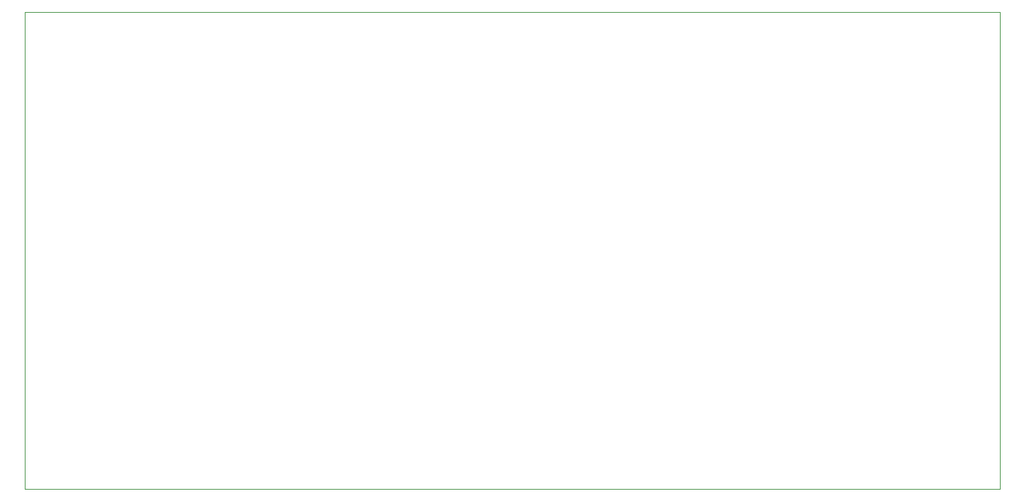
<source format=gbr>
G04 #@! TF.GenerationSoftware,KiCad,Pcbnew,(5.1.5-0-10_14)*
G04 #@! TF.CreationDate,2020-02-28T16:00:44-08:00*
G04 #@! TF.ProjectId,MotorDriverBoard_v2,4d6f746f-7244-4726-9976-6572426f6172,rev?*
G04 #@! TF.SameCoordinates,Original*
G04 #@! TF.FileFunction,Profile,NP*
%FSLAX46Y46*%
G04 Gerber Fmt 4.6, Leading zero omitted, Abs format (unit mm)*
G04 Created by KiCad (PCBNEW (5.1.5-0-10_14)) date 2020-02-28 16:00:44*
%MOMM*%
%LPD*%
G04 APERTURE LIST*
%ADD10C,0.050000*%
G04 APERTURE END LIST*
D10*
X67500000Y-86000000D02*
X67500000Y-29000000D01*
X184000000Y-86000000D02*
X67500000Y-86000000D01*
X184000000Y-29000000D02*
X184000000Y-86000000D01*
X67500000Y-29000000D02*
X184000000Y-29000000D01*
M02*

</source>
